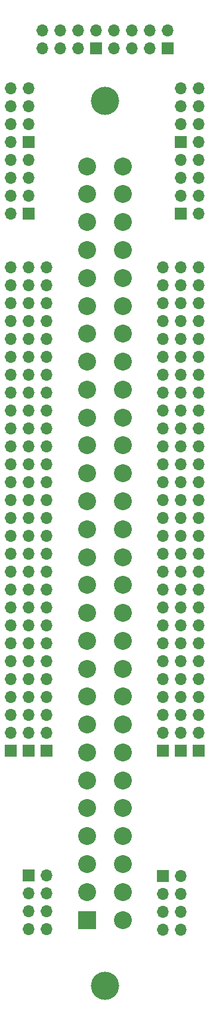
<source format=gbs>
G04 #@! TF.GenerationSoftware,KiCad,Pcbnew,(5.1.12)-1*
G04 #@! TF.CreationDate,2023-07-18T15:38:23+01:00*
G04 #@! TF.ProjectId,Edge56,45646765-3536-42e6-9b69-6361645f7063,rev?*
G04 #@! TF.SameCoordinates,Original*
G04 #@! TF.FileFunction,Soldermask,Bot*
G04 #@! TF.FilePolarity,Negative*
%FSLAX46Y46*%
G04 Gerber Fmt 4.6, Leading zero omitted, Abs format (unit mm)*
G04 Created by KiCad (PCBNEW (5.1.12)-1) date 2023-07-18 15:38:23*
%MOMM*%
%LPD*%
G01*
G04 APERTURE LIST*
%ADD10C,4.000000*%
%ADD11C,2.540000*%
%ADD12R,2.540000X2.540000*%
%ADD13O,1.700000X1.700000*%
%ADD14R,1.700000X1.700000*%
G04 APERTURE END LIST*
D10*
G04 #@! TO.C,J8*
X141605000Y-47600000D03*
X141605000Y-173140000D03*
D11*
X144145000Y-56910000D03*
X144145000Y-60870000D03*
X144145000Y-64830000D03*
X144145000Y-68790000D03*
X144145000Y-72750000D03*
X144145000Y-76710000D03*
X144145000Y-80670000D03*
X144145000Y-84630000D03*
X144145000Y-88590000D03*
X144145000Y-92550000D03*
X144145000Y-96510000D03*
X144145000Y-100470000D03*
X144145000Y-104430000D03*
X144145000Y-108390000D03*
X144145000Y-112350000D03*
X144145000Y-116310000D03*
X144145000Y-120270000D03*
X144145000Y-124230000D03*
X144145000Y-128190000D03*
X144145000Y-132150000D03*
X144145000Y-136110000D03*
X144145000Y-140070000D03*
X144145000Y-144030000D03*
X144145000Y-147990000D03*
X144145000Y-151950000D03*
X144145000Y-155910000D03*
X144145000Y-159870000D03*
X144145000Y-163830000D03*
X139065000Y-56910000D03*
X139065000Y-60870000D03*
X139065000Y-64830000D03*
X139065000Y-68790000D03*
X139065000Y-72750000D03*
X139065000Y-76710000D03*
X139065000Y-80670000D03*
X139065000Y-84630000D03*
X139065000Y-88590000D03*
X139065000Y-92550000D03*
X139065000Y-96510000D03*
X139065000Y-100470000D03*
X139065000Y-104430000D03*
X139065000Y-108390000D03*
X139065000Y-112350000D03*
X139065000Y-116310000D03*
X139065000Y-120270000D03*
X139065000Y-124230000D03*
X139065000Y-128190000D03*
X139065000Y-132150000D03*
X139065000Y-136110000D03*
X139065000Y-140070000D03*
X139065000Y-144030000D03*
X139065000Y-147990000D03*
X139065000Y-151950000D03*
X139065000Y-155910000D03*
X139065000Y-159870000D03*
D12*
X139065000Y-163830000D03*
G04 #@! TD*
D13*
G04 #@! TO.C,J13*
X142875000Y-37592000D03*
X142875000Y-40132000D03*
X145415000Y-37592000D03*
X145415000Y-40132000D03*
X147955000Y-37592000D03*
X147955000Y-40132000D03*
X150495000Y-37592000D03*
D14*
X150495000Y-40132000D03*
G04 #@! TD*
D13*
G04 #@! TO.C,J12*
X132715000Y-37592000D03*
X132715000Y-40132000D03*
X135255000Y-37592000D03*
X135255000Y-40132000D03*
X137795000Y-37592000D03*
X137795000Y-40132000D03*
X140335000Y-37592000D03*
D14*
X140335000Y-40132000D03*
G04 #@! TD*
D13*
G04 #@! TO.C,J15*
X133350000Y-165100000D03*
X130810000Y-165100000D03*
X133350000Y-162560000D03*
X130810000Y-162560000D03*
X133350000Y-160020000D03*
X130810000Y-160020000D03*
X133350000Y-157480000D03*
D14*
X130810000Y-157480000D03*
G04 #@! TD*
D13*
G04 #@! TO.C,J14*
X152400000Y-165227000D03*
X149860000Y-165227000D03*
X152400000Y-162687000D03*
X149860000Y-162687000D03*
X152400000Y-160147000D03*
X149860000Y-160147000D03*
X152400000Y-157607000D03*
D14*
X149860000Y-157607000D03*
G04 #@! TD*
D13*
G04 #@! TO.C,J7*
X154940000Y-56007000D03*
X152400000Y-56007000D03*
X154940000Y-58547000D03*
X152400000Y-58547000D03*
X154940000Y-61087000D03*
X152400000Y-61087000D03*
X154940000Y-63627000D03*
D14*
X152400000Y-63627000D03*
G04 #@! TD*
D13*
G04 #@! TO.C,J6*
X128270000Y-56007000D03*
X130810000Y-56007000D03*
X128270000Y-58547000D03*
X130810000Y-58547000D03*
X128270000Y-61087000D03*
X130810000Y-61087000D03*
X128270000Y-63627000D03*
D14*
X130810000Y-63627000D03*
G04 #@! TD*
D13*
G04 #@! TO.C,J2*
X154940000Y-45847000D03*
X152400000Y-45847000D03*
X154940000Y-48387000D03*
X152400000Y-48387000D03*
X154940000Y-50927000D03*
X152400000Y-50927000D03*
X154940000Y-53467000D03*
D14*
X152400000Y-53467000D03*
G04 #@! TD*
D13*
G04 #@! TO.C,J1*
X128270000Y-45847000D03*
X130810000Y-45847000D03*
X128270000Y-48387000D03*
X130810000Y-48387000D03*
X128270000Y-50927000D03*
X130810000Y-50927000D03*
X128270000Y-53467000D03*
D14*
X130810000Y-53467000D03*
G04 #@! TD*
D13*
G04 #@! TO.C,J11*
X149860000Y-71247000D03*
X149860000Y-73787000D03*
X149860000Y-76327000D03*
X149860000Y-78867000D03*
X149860000Y-81407000D03*
X149860000Y-83947000D03*
X149860000Y-86487000D03*
X149860000Y-89027000D03*
X149860000Y-91567000D03*
X149860000Y-94107000D03*
X149860000Y-96647000D03*
X149860000Y-99187000D03*
X149860000Y-101727000D03*
X149860000Y-104267000D03*
X149860000Y-106807000D03*
X149860000Y-109347000D03*
X149860000Y-111887000D03*
X149860000Y-114427000D03*
X149860000Y-116967000D03*
X149860000Y-119507000D03*
X149860000Y-122047000D03*
X149860000Y-124587000D03*
X149860000Y-127127000D03*
X149860000Y-129667000D03*
X149860000Y-132207000D03*
X149860000Y-134747000D03*
X149860000Y-137287000D03*
D14*
X149860000Y-139827000D03*
G04 #@! TD*
D13*
G04 #@! TO.C,J10*
X152400000Y-71247000D03*
X152400000Y-73787000D03*
X152400000Y-76327000D03*
X152400000Y-78867000D03*
X152400000Y-81407000D03*
X152400000Y-83947000D03*
X152400000Y-86487000D03*
X152400000Y-89027000D03*
X152400000Y-91567000D03*
X152400000Y-94107000D03*
X152400000Y-96647000D03*
X152400000Y-99187000D03*
X152400000Y-101727000D03*
X152400000Y-104267000D03*
X152400000Y-106807000D03*
X152400000Y-109347000D03*
X152400000Y-111887000D03*
X152400000Y-114427000D03*
X152400000Y-116967000D03*
X152400000Y-119507000D03*
X152400000Y-122047000D03*
X152400000Y-124587000D03*
X152400000Y-127127000D03*
X152400000Y-129667000D03*
X152400000Y-132207000D03*
X152400000Y-134747000D03*
X152400000Y-137287000D03*
D14*
X152400000Y-139827000D03*
G04 #@! TD*
D13*
G04 #@! TO.C,J9*
X154940000Y-71247000D03*
X154940000Y-73787000D03*
X154940000Y-76327000D03*
X154940000Y-78867000D03*
X154940000Y-81407000D03*
X154940000Y-83947000D03*
X154940000Y-86487000D03*
X154940000Y-89027000D03*
X154940000Y-91567000D03*
X154940000Y-94107000D03*
X154940000Y-96647000D03*
X154940000Y-99187000D03*
X154940000Y-101727000D03*
X154940000Y-104267000D03*
X154940000Y-106807000D03*
X154940000Y-109347000D03*
X154940000Y-111887000D03*
X154940000Y-114427000D03*
X154940000Y-116967000D03*
X154940000Y-119507000D03*
X154940000Y-122047000D03*
X154940000Y-124587000D03*
X154940000Y-127127000D03*
X154940000Y-129667000D03*
X154940000Y-132207000D03*
X154940000Y-134747000D03*
X154940000Y-137287000D03*
D14*
X154940000Y-139827000D03*
G04 #@! TD*
D13*
G04 #@! TO.C,J5*
X128270000Y-71247000D03*
X128270000Y-73787000D03*
X128270000Y-76327000D03*
X128270000Y-78867000D03*
X128270000Y-81407000D03*
X128270000Y-83947000D03*
X128270000Y-86487000D03*
X128270000Y-89027000D03*
X128270000Y-91567000D03*
X128270000Y-94107000D03*
X128270000Y-96647000D03*
X128270000Y-99187000D03*
X128270000Y-101727000D03*
X128270000Y-104267000D03*
X128270000Y-106807000D03*
X128270000Y-109347000D03*
X128270000Y-111887000D03*
X128270000Y-114427000D03*
X128270000Y-116967000D03*
X128270000Y-119507000D03*
X128270000Y-122047000D03*
X128270000Y-124587000D03*
X128270000Y-127127000D03*
X128270000Y-129667000D03*
X128270000Y-132207000D03*
X128270000Y-134747000D03*
X128270000Y-137287000D03*
D14*
X128270000Y-139827000D03*
G04 #@! TD*
D13*
G04 #@! TO.C,J4*
X130810000Y-71247000D03*
X130810000Y-73787000D03*
X130810000Y-76327000D03*
X130810000Y-78867000D03*
X130810000Y-81407000D03*
X130810000Y-83947000D03*
X130810000Y-86487000D03*
X130810000Y-89027000D03*
X130810000Y-91567000D03*
X130810000Y-94107000D03*
X130810000Y-96647000D03*
X130810000Y-99187000D03*
X130810000Y-101727000D03*
X130810000Y-104267000D03*
X130810000Y-106807000D03*
X130810000Y-109347000D03*
X130810000Y-111887000D03*
X130810000Y-114427000D03*
X130810000Y-116967000D03*
X130810000Y-119507000D03*
X130810000Y-122047000D03*
X130810000Y-124587000D03*
X130810000Y-127127000D03*
X130810000Y-129667000D03*
X130810000Y-132207000D03*
X130810000Y-134747000D03*
X130810000Y-137287000D03*
D14*
X130810000Y-139827000D03*
G04 #@! TD*
D13*
G04 #@! TO.C,J3*
X133350000Y-71247000D03*
X133350000Y-73787000D03*
X133350000Y-76327000D03*
X133350000Y-78867000D03*
X133350000Y-81407000D03*
X133350000Y-83947000D03*
X133350000Y-86487000D03*
X133350000Y-89027000D03*
X133350000Y-91567000D03*
X133350000Y-94107000D03*
X133350000Y-96647000D03*
X133350000Y-99187000D03*
X133350000Y-101727000D03*
X133350000Y-104267000D03*
X133350000Y-106807000D03*
X133350000Y-109347000D03*
X133350000Y-111887000D03*
X133350000Y-114427000D03*
X133350000Y-116967000D03*
X133350000Y-119507000D03*
X133350000Y-122047000D03*
X133350000Y-124587000D03*
X133350000Y-127127000D03*
X133350000Y-129667000D03*
X133350000Y-132207000D03*
X133350000Y-134747000D03*
X133350000Y-137287000D03*
D14*
X133350000Y-139827000D03*
G04 #@! TD*
M02*

</source>
